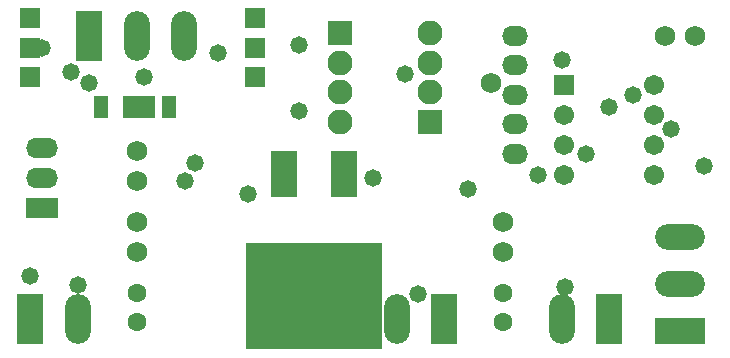
<source format=gts>
G04*
G04 #@! TF.GenerationSoftware,Altium Limited,CircuitMaker,2.3.0 (2.3.0.3)*
G04*
G04 Layer_Color=20142*
%FSLAX25Y25*%
%MOIN*%
G70*
G04*
G04 #@! TF.SameCoordinates,0492DEC5-DE9E-4361-A043-D8868978FAA7*
G04*
G04*
G04 #@! TF.FilePolarity,Negative*
G04*
G01*
G75*
%ADD24R,0.05131X0.07493*%
%ADD25R,0.10642X0.07493*%
%ADD26R,0.45800X0.35800*%
%ADD27R,0.08989X0.15800*%
%ADD28R,0.08674X0.16548*%
%ADD29O,0.08674X0.16548*%
%ADD30R,0.16548X0.08674*%
%ADD31O,0.16548X0.08674*%
%ADD32R,0.06706X0.06706*%
%ADD33C,0.06800*%
%ADD34O,0.10642X0.06800*%
%ADD35R,0.10642X0.06800*%
%ADD36R,0.06706X0.06706*%
%ADD37C,0.06706*%
%ADD38O,0.08674X0.06706*%
%ADD39C,0.06312*%
%ADD40C,0.08300*%
%ADD41R,0.08300X0.08300*%
%ADD42C,0.05800*%
D24*
X228346Y279528D02*
D03*
X250787D02*
D03*
D25*
X240945D02*
D03*
D26*
X299213Y216535D02*
D03*
D27*
X289213Y257087D02*
D03*
X309213D02*
D03*
D28*
X342520Y208661D02*
D03*
X397638D02*
D03*
X204724D02*
D03*
X224409Y303150D02*
D03*
D29*
X326772Y208661D02*
D03*
X381890D02*
D03*
X220472D02*
D03*
X240158Y303150D02*
D03*
X255906D02*
D03*
D30*
X421260Y204724D02*
D03*
D31*
Y220472D02*
D03*
Y236220D02*
D03*
D32*
X204724Y309055D02*
D03*
Y289370D02*
D03*
Y299213D02*
D03*
X279528Y289370D02*
D03*
Y309055D02*
D03*
Y299213D02*
D03*
D33*
X358268Y287402D02*
D03*
X240157Y254843D02*
D03*
Y264843D02*
D03*
X426260Y303150D02*
D03*
X416260D02*
D03*
X362205Y241220D02*
D03*
Y231220D02*
D03*
X240157D02*
D03*
Y241220D02*
D03*
D34*
X208661Y265906D02*
D03*
Y255906D02*
D03*
D35*
Y245906D02*
D03*
D36*
X382638Y286654D02*
D03*
D37*
Y276654D02*
D03*
Y266654D02*
D03*
Y256654D02*
D03*
X412638Y286654D02*
D03*
Y276654D02*
D03*
Y266654D02*
D03*
Y256654D02*
D03*
D38*
X366142Y303150D02*
D03*
Y263780D02*
D03*
Y273622D02*
D03*
Y293307D02*
D03*
Y283465D02*
D03*
D39*
X362205Y217520D02*
D03*
Y207677D02*
D03*
X240157D02*
D03*
Y217520D02*
D03*
D40*
X307835Y274528D02*
D03*
Y284528D02*
D03*
X337835D02*
D03*
Y304213D02*
D03*
Y294213D02*
D03*
X307835D02*
D03*
D41*
X337835Y274528D02*
D03*
X307835Y304213D02*
D03*
D42*
X389764Y263779D02*
D03*
X334050Y217250D02*
D03*
X418376Y272005D02*
D03*
X429134Y259842D02*
D03*
X397638Y279528D02*
D03*
X405512Y283465D02*
D03*
X374016Y256654D02*
D03*
X381890Y295276D02*
D03*
X318898Y255906D02*
D03*
X208662Y299213D02*
D03*
X218300Y291200D02*
D03*
X204724Y222961D02*
D03*
X294200Y278100D02*
D03*
Y300200D02*
D03*
X220472Y220072D02*
D03*
X350431Y251969D02*
D03*
X259449Y260900D02*
D03*
X383080Y219300D02*
D03*
X277400Y250400D02*
D03*
X267168Y297400D02*
D03*
X242700Y289400D02*
D03*
X256100Y254800D02*
D03*
X224409Y287409D02*
D03*
X329500Y290600D02*
D03*
M02*

</source>
